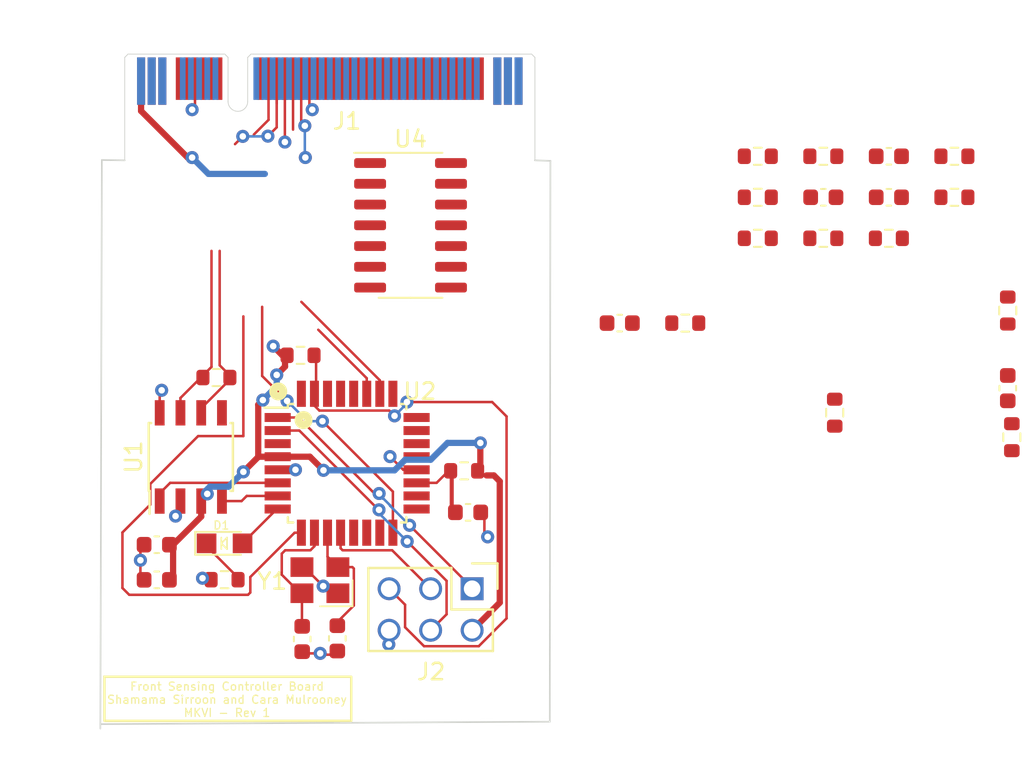
<source format=kicad_pcb>
(kicad_pcb (version 20211014) (generator pcbnew)
  (layers (0 "F.Cu" signal) (31 "B.Cu" signal) (34 "B.Paste" user) (35 "F.Paste" user) (36 "B.SilkS" user "B.Silkscreen") (37 "F.SilkS" user "F.Silkscreen") (38 "B.Mask" user) (39 "F.Mask" user) (44 "Edge.Cuts" user))
  (net 0 "")
  (net 1 "+5V")
  (net 2 "GND")
  (net 3 "Net-(C2-Pad1)")
  (net 4 "Net-(C4-Pad1)")
  (net 5 "Net-(C5-Pad1)")
  (net 8 "/CAN_+")
  (net 9 "/CAN_-")
  (net 10 "/ws1_Vout")
  (net 11 "/ws2_Vout")
  (net 12 "/lp1_Vout")
  (net 13 "/lp2_Vout")
  (net 73 "/MISO")
  (net 74 "/SCK")
  (net 75 "/MOSI")
  (net 76 "/RESET")
  (net 77 "/CAN_TX")
  (net 78 "/CAN_RX")
  (net 95 "Net-(U4-Pad3)")
  (net 96 "Net-(C7-Pad2)")
  (net 97 "Net-(U4-Pad5)")
  (net 98 "Net-(U4-Pad10)")
  (net 99 "Net-(U4-Pad12)")
  (net 100 "Net-(D1-Pad1)")
  (net 101 "Net-(D1-Pad2)")
  (net 102 "Net-(R5-Pad2)")
  (net 103 "Net-(U4-Pad6)")
  (net 104 "Net-(U4-Pad9)")
  (net 105 "Net-(U4-Pad13)")
  (footprint "OEM:C_0603" (layer "F.Cu") (at 31.76 54.51 -90)
    (fp_text reference "C5" hide)
    (fp_text value "C_30pF" hide)
    (pad "1" smd roundrect (at -0.775 0 270) (size 0.9 0.95) (layers "F.Cu" "F.Paste" "F.Mask") (net 5 "Net-(C5-Pad1)"))
    (pad "2" smd roundrect (at 0.775 0 270) (size 0.9 0.95) (layers "F.Cu" "F.Paste" "F.Mask") (net 2 "GND"))
  )
  (footprint "OEM:R_0603" (layer "F.Cu") (at 64.3475 40.66 -90)
    (fp_text reference "R11" hide)
    (fp_text value "R_200" hide)
    (pad "1" smd roundrect (at -0.825 0 270) (size 0.8 0.95) (layers "F.Cu" "F.Paste" "F.Mask") (net 2 "GND"))
    (pad "2" smd roundrect (at 0.825 0 270) (size 0.8 0.95) (layers "F.Cu" "F.Paste" "F.Mask") (net 103 "Net-(U4-Pad6)"))
  )
  (footprint "OEM:R_0603" (layer "F.Cu") (at 71.67 27.48)
    (fp_text reference "R6" hide)
    (fp_text value "R_100" hide)
    (pad "1" smd roundrect (at -0.825 0) (size 0.8 0.95) (layers "F.Cu" "F.Paste" "F.Mask") (net 13 "/lp2_Vout"))
    (pad "2" smd roundrect (at 0.825 0) (size 0.8 0.95) (layers "F.Cu" "F.Paste" "F.Mask") (net 102 "Net-(R5-Pad2)"))
  )
  (footprint "footprints:LED_0805_OEM" (layer "F.Cu") (at 27.01 48.655)
    (fp_text reference "D1" (at -0.199994 -1.099998) (layer "F.SilkS") (effects (font (size 0.5 0.5) (thickness 0.075))))
    (fp_text value "LED_0805" hide)
    (pad "1" smd rect locked (at -1.1 0 180) (size 1.2 1.2) (layers "F.Cu" "F.Paste" "F.Mask") (net 100 "Net-(D1-Pad1)"))
    (pad "2" smd rect locked (at 1.1 0 180) (size 1.2 1.2) (layers "F.Cu" "F.Paste" "F.Mask") (net 101 "Net-(D1-Pad2)"))
  )
  (footprint "OEM:C_0603" (layer "F.Cu") (at 41.91 46.76)
    (fp_text reference "C2" hide)
    (fp_text value "C_100pF" hide)
    (pad "1" smd roundrect (at -0.775 0) (size 0.9 0.95) (layers "F.Cu" "F.Paste" "F.Mask") (net 3 "Net-(C2-Pad1)"))
    (pad "2" smd roundrect (at 0.775 0) (size 0.9 0.95) (layers "F.Cu" "F.Paste" "F.Mask") (net 2 "GND"))
  )
  (footprint "footprints:Crystal_SMD_FA238" (layer "F.Cu") (at 32.845 50.91 180)
    (fp_text reference "Y1" (at 2.92436 -0.06192) (layer "F.SilkS"))
    (fp_text value "Crystal_SMD" hide)
    (pad "1" smd rect locked (at -1.1 0.8 180) (size 1.4 1.2) (layers "F.Cu" "F.Mask") (net 4 "Net-(C4-Pad1)"))
    (pad "2" smd rect locked (at 1.1 0.8 180) (size 1.4 1.2) (layers "F.Cu" "F.Mask") (net 2 "GND"))
    (pad "3" smd rect locked (at 1.1 -0.8 180) (size 1.4 1.2) (layers "F.Cu" "F.Mask") (net 5 "Net-(C5-Pad1)"))
    (pad "4" smd rect locked (at -1.1 -0.8 180) (size 1.4 1.2) (layers "F.Cu" "F.Mask") (net 2 "GND"))
  )
  (footprint "OEM:R_0603" (layer "F.Cu") (at 59.64 29.99)
    (fp_text reference "R5" hide)
    (fp_text value "R_200" hide)
    (pad "1" smd roundrect (at -0.825 0) (size 0.8 0.95) (layers "F.Cu" "F.Paste" "F.Mask") (net 2 "GND"))
    (pad "2" smd roundrect (at 0.825 0) (size 0.8 0.95) (layers "F.Cu" "F.Paste" "F.Mask") (net 102 "Net-(R5-Pad2)"))
  )
  (footprint "OEM:C_0603" (layer "F.Cu") (at 74.935 39.16 90)
    (fp_text reference "C9" hide)
    (fp_text value "C_0.1uF" hide)
    (pad "1" smd roundrect (at -0.775 0 90) (size 0.9 0.95) (layers "F.Cu" "F.Paste" "F.Mask") (net 98 "Net-(U4-Pad10)"))
    (pad "2" smd roundrect (at 0.775 0 90) (size 0.9 0.95) (layers "F.Cu" "F.Paste" "F.Mask") (net 2 "GND"))
  )
  (footprint "OEM:R_0603" (layer "F.Cu") (at 59.64 27.48)
    (fp_text reference "R7" hide)
    (fp_text value "100R" hide)
    (pad "1" smd roundrect (at -0.825 0) (size 0.8 0.95) (layers "F.Cu" "F.Paste" "F.Mask") (net 10 "/ws1_Vout"))
    (pad "2" smd roundrect (at 0.825 0) (size 0.8 0.95) (layers "F.Cu" "F.Paste" "F.Mask") (net 95 "Net-(U4-Pad3)"))
  )
  (footprint "OEM:R_0603" (layer "F.Cu") (at 55.2 35.18)
    (fp_text reference "R9" hide)
    (fp_text value "100R" hide)
    (pad "1" smd roundrect (at -0.825 0) (size 0.8 0.95) (layers "F.Cu" "F.Paste" "F.Mask") (net 12 "/lp1_Vout"))
    (pad "2" smd roundrect (at 0.825 0) (size 0.8 0.95) (layers "F.Cu" "F.Paste" "F.Mask") (net 98 "Net-(U4-Pad10)"))
  )
  (footprint "OEM:C_0603" (layer "F.Cu") (at 63.65 27.48)
    (fp_text reference "C10" hide)
    (fp_text value "C_0.1uF" hide)
    (pad "1" smd roundrect (at -0.775 0) (size 0.9 0.95) (layers "F.Cu" "F.Paste" "F.Mask") (net 99 "Net-(U4-Pad12)"))
    (pad "2" smd roundrect (at 0.775 0) (size 0.9 0.95) (layers "F.Cu" "F.Paste" "F.Mask") (net 2 "GND"))
  )
  (footprint "OEM:R_0603" (layer "F.Cu") (at 63.65 24.97)
    (fp_text reference "R13" hide)
    (fp_text value "R_200" hide)
    (pad "1" smd roundrect (at -0.825 0) (size 0.8 0.95) (layers "F.Cu" "F.Paste" "F.Mask") (net 2 "GND"))
    (pad "2" smd roundrect (at 0.825 0) (size 0.8 0.95) (layers "F.Cu" "F.Paste" "F.Mask") (net 105 "Net-(U4-Pad13)"))
  )
  (footprint "footprints:Pin_Header_Straight_2x03" (layer "F.Cu") (at 42.16 51.435 -90)
    (fp_text reference "J2" (at 5.078 2.51 180) (layer "F.SilkS"))
    (fp_text value "CONN_02X03" hide)
    (pad "1" thru_hole rect locked (at 0 0 270) (size 1.4 1.4) (drill 1.016) (layers *.Cu *.Mask) (net 73 "/MISO"))
    (pad "2" thru_hole circle locked (at 2.54 0 270) (size 1.4 1.4) (drill 1.016) (layers *.Cu *.Mask) (net 1 "+5V"))
    (pad "3" thru_hole circle locked (at 0 2.54 270) (size 1.4 1.4) (drill 1.016) (layers *.Cu *.Mask) (net 74 "/SCK"))
    (pad "4" thru_hole circle locked (at 2.54 2.54 270) (size 1.4 1.4) (drill 1.016) (layers *.Cu *.Mask) (net 75 "/MOSI"))
    (pad "5" thru_hole circle locked (at 0 5.08 270) (size 1.4 1.4) (drill 1.016) (layers *.Cu *.Mask) (net 76 "/RESET"))
    (pad "6" thru_hole circle locked (at 2.54 5.08 270) (size 1.4 1.4) (drill 1.016) (layers *.Cu *.Mask) (net 2 "GND"))
  )
  (footprint "OEM:R_0603" (layer "F.Cu") (at 71.67 24.97)
    (fp_text reference "R14" hide)
    (fp_text value "R_100" hide)
    (pad "1" smd roundrect (at -0.825 0) (size 0.8 0.95) (layers "F.Cu" "F.Paste" "F.Mask") (net 12 "/lp1_Vout"))
    (pad "2" smd roundrect (at 0.825 0) (size 0.8 0.95) (layers "F.Cu" "F.Paste" "F.Mask") (net 103 "Net-(U4-Pad6)"))
  )
  (footprint "Package_SO:SOIC-14_3.9x8.7mm_P1.27mm" (layer "F.Cu") (at 38.39 29.195)
    (fp_text reference "U4" (at 0 -5.28) (layer "F.SilkS"))
    (fp_text value "AD8630")
    (pad "1" smd roundrect (at -2.475 -3.81) (size 1.95 0.6) (layers "F.Cu" "F.Paste" "F.Mask") (net 13 "/lp2_Vout"))
    (pad "2" smd roundrect (at -2.475 -2.54) (size 1.95 0.6) (layers "F.Cu" "F.Paste" "F.Mask") (net 102 "Net-(R5-Pad2)"))
    (pad "3" smd roundrect (at -2.475 -1.27) (size 1.95 0.6) (layers "F.Cu" "F.Paste" "F.Mask") (net 95 "Net-(U4-Pad3)"))
    (pad "4" smd roundrect (at -2.475 0) (size 1.95 0.6) (layers "F.Cu" "F.Paste" "F.Mask") (net 96 "Net-(C7-Pad2)"))
    (pad "5" smd roundrect (at -2.475 1.27) (size 1.95 0.6) (layers "F.Cu" "F.Paste" "F.Mask") (net 97 "Net-(U4-Pad5)"))
    (pad "6" smd roundrect (at -2.475 2.54) (size 1.95 0.6) (layers "F.Cu" "F.Paste" "F.Mask") (net 103 "Net-(U4-Pad6)"))
    (pad "7" smd roundrect (at -2.475 3.81) (size 1.95 0.6) (layers "F.Cu" "F.Paste" "F.Mask") (net 12 "/lp1_Vout"))
    (pad "8" smd roundrect (at 2.475 3.81) (size 1.95 0.6) (layers "F.Cu" "F.Paste" "F.Mask") (net 11 "/ws2_Vout"))
    (pad "9" smd roundrect (at 2.475 2.54) (size 1.95 0.6) (layers "F.Cu" "F.Paste" "F.Mask") (net 104 "Net-(U4-Pad9)"))
    (pad "10" smd roundrect (at 2.475 1.27) (size 1.95 0.6) (layers "F.Cu" "F.Paste" "F.Mask") (net 98 "Net-(U4-Pad10)"))
    (pad "11" smd roundrect (at 2.475 0) (size 1.95 0.6) (layers "F.Cu" "F.Paste" "F.Mask") (net 2 "GND"))
    (pad "12" smd roundrect (at 2.475 -1.27) (size 1.95 0.6) (layers "F.Cu" "F.Paste" "F.Mask") (net 99 "Net-(U4-Pad12)"))
    (pad "13" smd roundrect (at 2.475 -2.54) (size 1.95 0.6) (layers "F.Cu" "F.Paste" "F.Mask") (net 105 "Net-(U4-Pad13)"))
    (pad "14" smd roundrect (at 2.475 -3.81) (size 1.95 0.6) (layers "F.Cu" "F.Paste" "F.Mask") (net 10 "/ws1_Vout"))
  )
  (footprint "OEM:R_0603" (layer "F.Cu") (at 63.65 29.99)
    (fp_text reference "R10" hide)
    (fp_text value "100R" hide)
    (pad "1" smd roundrect (at -0.825 0) (size 0.8 0.95) (layers "F.Cu" "F.Paste" "F.Mask") (net 13 "/lp2_Vout"))
    (pad "2" smd roundrect (at 0.825 0) (size 0.8 0.95) (layers "F.Cu" "F.Paste" "F.Mask") (net 99 "Net-(U4-Pad12)"))
  )
  (footprint "OEM:C_0603" (layer "F.Cu") (at 22.86 48.74 180)
    (fp_text reference "C3" hide)
    (fp_text value "C_0.1uF" hide)
    (pad "1" smd roundrect (at -0.775 0 180) (size 0.9 0.95) (layers "F.Cu" "F.Paste" "F.Mask") (net 1 "+5V"))
    (pad "2" smd roundrect (at 0.775 0 180) (size 0.9 0.95) (layers "F.Cu" "F.Paste" "F.Mask") (net 2 "GND"))
  )
  (footprint "OEM:R_0603" (layer "F.Cu") (at 59.64 24.97)
    (fp_text reference "R12" hide)
    (fp_text value "R_200" hide)
    (pad "1" smd roundrect (at -0.825 0) (size 0.8 0.95) (layers "F.Cu" "F.Paste" "F.Mask") (net 2 "GND"))
    (pad "2" smd roundrect (at 0.825 0) (size 0.8 0.95) (layers "F.Cu" "F.Paste" "F.Mask") (net 104 "Net-(U4-Pad9)"))
  )
  (footprint "OEM:C_0603" (layer "F.Cu") (at 67.66 27.48)
    (fp_text reference "C8" hide)
    (fp_text value "C_0.1uF" hide)
    (pad "1" smd roundrect (at -0.775 0) (size 0.9 0.95) (layers "F.Cu" "F.Paste" "F.Mask") (net 97 "Net-(U4-Pad5)"))
    (pad "2" smd roundrect (at 0.775 0) (size 0.9 0.95) (layers "F.Cu" "F.Paste" "F.Mask") (net 2 "GND"))
  )
  (footprint "OEM:R_0603" (layer "F.Cu") (at 74.935 34.41 -90)
    (fp_text reference "R16" hide)
    (fp_text value "R_100" hide)
    (pad "1" smd roundrect (at -0.825 0 270) (size 0.8 0.95) (layers "F.Cu" "F.Paste" "F.Mask") (net 10 "/ws1_Vout"))
    (pad "2" smd roundrect (at 0.825 0 270) (size 0.8 0.95) (layers "F.Cu" "F.Paste" "F.Mask") (net 105 "Net-(U4-Pad13)"))
  )
  (footprint "OEM:C_0603" (layer "F.Cu") (at 51.19 35.18)
    (fp_text reference "C7" hide)
    (fp_text value "C_0.1uF" hide)
    (pad "1" smd roundrect (at -0.775 0) (size 0.9 0.95) (layers "F.Cu" "F.Paste" "F.Mask") (net 1 "+5V"))
    (pad "2" smd roundrect (at 0.775 0) (size 0.9 0.95) (layers "F.Cu" "F.Paste" "F.Mask") (net 96 "Net-(C7-Pad2)"))
  )
  (footprint "OEM:R_0603" (layer "F.Cu") (at 27.01 50.88 180)
    (fp_text reference "R4" hide)
    (fp_text value "R_100" hide)
    (pad "1" smd roundrect (at -0.825 0 180) (size 0.8 0.95) (layers "F.Cu" "F.Paste" "F.Mask") (net 100 "Net-(D1-Pad1)"))
    (pad "2" smd roundrect (at 0.825 0 180) (size 0.8 0.95) (layers "F.Cu" "F.Paste" "F.Mask") (net 2 "GND"))
  )
  (footprint "footprints:TQFP-32_7x7mm_Pitch0.8mm" (layer "F.Cu") (at 34.51 43.755)
    (fp_text reference "U2" (at 4.45 -4.4) (layer "F.SilkS"))
    (fp_text value "ATMEGA16M1" hide)
    (pad "1" smd rect locked (at -4.25 -2.8) (size 1.6 0.55) (layers "F.Cu" "F.Paste" "F.Mask") (net 73 "/MISO"))
    (pad "2" smd rect locked (at -4.25 -2) (size 1.6 0.55) (layers "F.Cu" "F.Paste" "F.Mask") (net 75 "/MOSI"))
    (pad "3" smd rect locked (at -4.25 -1.2) (size 1.6 0.55) (layers "F.Cu" "F.Paste" "F.Mask"))
    (pad "4" smd rect locked (at -4.25 -0.4) (size 1.6 0.55) (layers "F.Cu" "F.Paste" "F.Mask") (net 1 "+5V"))
    (pad "5" smd rect locked (at -4.25 0.4) (size 1.6 0.55) (layers "F.Cu" "F.Paste" "F.Mask") (net 2 "GND"))
    (pad "6" smd rect locked (at -4.25 1.2) (size 1.6 0.55) (layers "F.Cu" "F.Paste" "F.Mask") (net 77 "/CAN_TX"))
    (pad "7" smd rect locked (at -4.25 2) (size 1.6 0.55) (layers "F.Cu" "F.Paste" "F.Mask") (net 78 "/CAN_RX"))
    (pad "8" smd rect locked (at -4.25 2.8) (size 1.6 0.55) (layers "F.Cu" "F.Paste" "F.Mask") (net 101 "Net-(D1-Pad2)"))
    (pad "9" smd rect locked (at -2.8 4.25 90) (size 1.6 0.55) (layers "F.Cu" "F.Paste" "F.Mask") (net 11 "/ws2_Vout"))
    (pad "10" smd rect locked (at -2 4.25 90) (size 1.6 0.55) (layers "F.Cu" "F.Paste" "F.Mask") (net 5 "Net-(C5-Pad1)"))
    (pad "11" smd rect locked (at -1.2 4.25 90) (size 1.6 0.55) (layers "F.Cu" "F.Paste" "F.Mask") (net 4 "Net-(C4-Pad1)"))
    (pad "12" smd rect locked (at -0.4 4.25 90) (size 1.6 0.55) (layers "F.Cu" "F.Paste" "F.Mask") (net 74 "/SCK"))
    (pad "13" smd rect locked (at 0.4 4.25 90) (size 1.6 0.55) (layers "F.Cu" "F.Paste" "F.Mask"))
    (pad "14" smd rect locked (at 1.2 4.25 90) (size 1.6 0.55) (layers "F.Cu" "F.Paste" "F.Mask"))
    (pad "15" smd rect locked (at 2 4.25 90) (size 1.6 0.55) (layers "F.Cu" "F.Paste" "F.Mask"))
    (pad "16" smd rect locked (at 2.8 4.25 90) (size 1.6 0.55) (layers "F.Cu" "F.Paste" "F.Mask") (net 10 "/ws1_Vout"))
    (pad "17" smd rect locked (at 4.25 2.8) (size 1.6 0.55) (layers "F.Cu" "F.Paste" "F.Mask"))
    (pad "18" smd rect locked (at 4.25 2) (size 1.6 0.55) (layers "F.Cu" "F.Paste" "F.Mask"))
    (pad "19" smd rect locked (at 4.25 1.2) (size 1.6 0.55) (layers "F.Cu" "F.Paste" "F.Mask") (net 3 "Net-(C2-Pad1)"))
    (pad "20" smd rect locked (at 4.25 0.4) (size 1.6 0.55) (layers "F.Cu" "F.Paste" "F.Mask") (net 2 "GND"))
    (pad "21" smd rect locked (at 4.25 -0.4) (size 1.6 0.55) (layers "F.Cu" "F.Paste" "F.Mask"))
    (pad "22" smd rect locked (at 4.25 -1.2) (size 1.6 0.55) (layers "F.Cu" "F.Paste" "F.Mask"))
    (pad "23" smd rect locked (at 4.25 -2) (size 1.6 0.55) (layers "F.Cu" "F.Paste" "F.Mask"))
    (pad "24" smd rect locked (at 4.25 -2.8) (size 1.6 0.55) (layers "F.Cu" "F.Paste" "F.Mask"))
    (pad "25" smd rect locked (at 2.8 -4.25 90) (size 1.6 0.55) (layers "F.Cu" "F.Paste" "F.Mask"))
    (pad "26" smd rect locked (at 2 -4.25 90) (size 1.6 0.55) (layers "F.Cu" "F.Paste" "F.Mask") (net 12 "/lp1_Vout"))
    (pad "27" smd rect locked (at 1.2 -4.25 90) (size 1.6 0.55) (layers "F.Cu" "F.Paste" "F.Mask") (net 13 "/lp2_Vout"))
    (pad "28" smd rect locked (at 0.4 -4.25 90) (size 1.6 0.55) (layers "F.Cu" "F.Paste" "F.Mask"))
    (pad "29" smd rect locked (at -0.4 -4.25 90) (size 1.6 0.55) (layers "F.Cu" "F.Paste" "F.Mask"))
    (pad "30" smd rect locked (at -1.2 -4.25 90) (size 1.6 0.55) (layers "F.Cu" "F.Paste" "F.Mask"))
    (pad "31" smd rect locked (at -2 -4.25 90) (size 1.6 0.55) (layers "F.Cu" "F.Paste" "F.Mask") (net 76 "/RESET"))
    (pad "32" smd rect locked (at -2.8 -4.25 90) (size 1.6 0.55) (layers "F.Cu" "F.Paste" "F.Mask"))
  )
  (footprint "OEM:R_0603" (layer "F.Cu") (at 26.51 38.51)
    (fp_text reference "R2" hide)
    (fp_text value "R_120_DNP" hide)
    (pad "1" smd roundrect (at -0.825 0) (size 0.8 0.95) (layers "F.Cu" "F.Paste" "F.Mask") (net 8 "/CAN_+"))
    (pad "2" smd roundrect (at 0.825 0) (size 0.8 0.95) (layers "F.Cu" "F.Paste" "F.Mask") (net 9 "/CAN_-"))
  )
  (footprint "OEM:C_0603" (layer "F.Cu") (at 33.91 54.47 -90)
    (fp_text reference "C4" hide)
    (fp_text value "C_30pF" hide)
    (pad "1" smd roundrect (at -0.775 0 270) (size 0.9 0.95) (layers "F.Cu" "F.Paste" "F.Mask") (net 4 "Net-(C4-Pad1)"))
    (pad "2" smd roundrect (at 0.775 0 270) (size 0.9 0.95) (layers "F.Cu" "F.Paste" "F.Mask") (net 2 "GND"))
  )
  (footprint "footprints:SOIC-8_3.9x4.9mm_Pitch1.27mm_OEM" (layer "F.Cu") (at 24.945 43.37 90)
    (fp_text reference "U1" (at 0 -3.5 90) (layer "F.SilkS"))
    (fp_text value "MCP2561-E_SN" hide)
    (pad "1" smd rect locked (at -2.7 -1.905 90) (size 1.55 0.6) (layers "F.Cu" "F.Paste" "F.Mask") (net 77 "/CAN_TX"))
    (pad "2" smd rect locked (at -2.7 -0.635 90) (size 1.55 0.6) (layers "F.Cu" "F.Paste" "F.Mask") (net 2 "GND"))
    (pad "3" smd rect locked (at -2.7 0.635 90) (size 1.55 0.6) (layers "F.Cu" "F.Paste" "F.Mask") (net 1 "+5V"))
    (pad "4" smd rect locked (at -2.7 1.905 90) (size 1.55 0.6) (layers "F.Cu" "F.Paste" "F.Mask") (net 78 "/CAN_RX"))
    (pad "5" smd rect locked (at 2.7 1.905 90) (size 1.55 0.6) (layers "F.Cu" "F.Paste" "F.Mask"))
    (pad "6" smd rect locked (at 2.7 0.635 90) (size 1.55 0.6) (layers "F.Cu" "F.Paste" "F.Mask") (net 9 "/CAN_-"))
    (pad "7" smd rect locked (at 2.7 -0.635 90) (size 1.55 0.6) (layers "F.Cu" "F.Paste" "F.Mask") (net 8 "/CAN_+"))
    (pad "8" smd rect locked (at 2.7 -1.905 90) (size 1.55 0.6) (layers "F.Cu" "F.Paste" "F.Mask") (net 2 "GND"))
  )
  (footprint "OEM:C_0603" (layer "F.Cu") (at 22.86 50.89 180)
    (fp_text reference "C1" hide)
    (fp_text value "C_0.1uF" hide)
    (pad "1" smd roundrect (at -0.775 0 180) (size 0.9 0.95) (layers "F.Cu" "F.Paste" "F.Mask") (net 1 "+5V"))
    (pad "2" smd roundrect (at 0.775 0 180) (size 0.9 0.95) (layers "F.Cu" "F.Paste" "F.Mask") (net 2 "GND"))
  )
  (footprint "OEM:R_0603" (layer "F.Cu") (at 67.66 29.99)
    (fp_text reference "R8" hide)
    (fp_text value "100R" hide)
    (pad "1" smd roundrect (at -0.825 0) (size 0.8 0.95) (layers "F.Cu" "F.Paste" "F.Mask") (net 11 "/ws2_Vout"))
    (pad "2" smd roundrect (at 0.825 0) (size 0.8 0.95) (layers "F.Cu" "F.Paste" "F.Mask") (net 97 "Net-(U4-Pad5)"))
  )
  (footprint "OEM:C_0603" (layer "F.Cu") (at 67.66 24.97)
    (fp_text reference "C6" hide)
    (fp_text value "C_0.1uF" hide)
    (pad "1" smd roundrect (at -0.775 0) (size 0.9 0.95) (layers "F.Cu" "F.Paste" "F.Mask") (net 95 "Net-(U4-Pad3)"))
    (pad "2" smd roundrect (at 0.775 0) (size 0.9 0.95) (layers "F.Cu" "F.Paste" "F.Mask") (net 2 "GND"))
  )
  (footprint "OEM:R_0603" (layer "F.Cu") (at 75.185 42.16 90)
    (fp_text reference "R15" hide)
    (fp_text value "R_100" hide)
    (pad "1" smd roundrect (at -0.825 0 90) (size 0.8 0.95) (layers "F.Cu" "F.Paste" "F.Mask") (net 11 "/ws2_Vout"))
    (pad "2" smd roundrect (at 0.825 0 90) (size 0.8 0.95) (layers "F.Cu" "F.Paste" "F.Mask") (net 104 "Net-(U4-Pad9)"))
  )
  (footprint "OEM:R_0603" (layer "F.Cu") (at 41.67 44.22 180)
    (fp_text reference "R1" hide)
    (fp_text value "R_100" hide)
    (pad "1" smd roundrect (at -0.825 0 180) (size 0.8 0.95) (layers "F.Cu" "F.Paste" "F.Mask") (net 1 "+5V"))
    (pad "2" smd roundrect (at 0.825 0 180) (size 0.8 0.95) (layers "F.Cu" "F.Paste" "F.Mask") (net 3 "Net-(C2-Pad1)"))
  )
  (footprint "footprints:Automotive_M.2_Edge_Connector" (layer "F.Cu") (at 33.45 18.72)
    (fp_text reference "J1" (at 1.05 4.1 unlocked) (layer "F.SilkS"))
    (fp_text value "Automotive_M.2_Edge_Connector" hide)
    (fp_line (start -12.35 0) (end -6.425 0) (layer "Edge.Cuts") (width 0.05))
    (fp_line (start -6.225 0.2) (end -6.425 0) (layer "Edge.Cuts") (width 0.05))
    (fp_line (start -12.55 0.2) (end -12.55 6.5) (layer "Edge.Cuts") (width 0.05))
    (fp_line (start -12.55 0.2) (end -12.35 0) (layer "Edge.Cuts") (width 0.05))
    (fp_line (start -5.025 2.9) (end -5.025 0.2) (layer "Edge.Cuts") (width 0.05))
    (fp_line (start -6.225 2.9) (end -6.225 0.2) (layer "Edge.Cuts") (width 0.05))
    (fp_line (start -4.825 0) (end 12.35 0) (layer "Edge.Cuts") (width 0.05))
    (fp_line (start 12.55 0.2) (end 12.35 0) (layer "Edge.Cuts") (width 0.05))
    (fp_line (start 12.55 0.2) (end 12.55 6.5) (layer "Edge.Cuts") (width 0.05))
    (fp_line (start -5.025 0.2) (end -4.825 0) (layer "Edge.Cuts") (width 0.05))
    (fp_arc (start -5.025 2.9) (mid -5.625 3.5) (end -6.225 2.9) (layer "Edge.Cuts") (width 0.05))
    (pad "4" connect rect (at -9.249999 1.5) (size 0.35 2.6) (layers "F.Cu" "F.Mask"))
    (pad "5" connect rect (at -8.75 1.5) (size 0.35 2.6) (layers "F.Cu" "F.Mask"))
    (pad "6" connect rect (at -8.25 1.5) (size 0.35 2.6) (layers "F.Cu" "F.Mask") (net 2 "GND"))
    (pad "7" connect rect (at -7.75 1.5) (size 0.35 2.6) (layers "F.Cu" "F.Mask") (net 8 "/CAN_+"))
    (pad "8" connect rect (at -7.25 1.5) (size 0.35 2.6) (layers "F.Cu" "F.Mask") (net 9 "/CAN_-"))
    (pad "9" connect rect (at -6.75 1.5) (size 0.35 2.6) (layers "F.Cu" "F.Mask") (net 2 "GND"))
    (pad "10" connect rect (at -4.25 1.5) (size 0.35 2.6) (layers "F.Cu" "F.Mask") (net 2 "GND"))
    (pad "11" connect rect (at -3.75 1.5) (size 0.35 2.6) (layers "F.Cu" "F.Mask") (net 10 "/ws1_Vout"))
    (pad "12" connect rect (at -3.25 1.5) (size 0.35 2.6) (layers "F.Cu" "F.Mask") (net 11 "/ws2_Vout"))
    (pad "13" connect rect (at -2.75 1.5) (size 0.35 2.6) (layers "F.Cu" "F.Mask") (net 2 "GND"))
    (pad "14" connect rect (at -2.25 1.5) (size 0.35 2.6) (layers "F.Cu" "F.Mask") (net 12 "/lp1_Vout"))
    (pad "15" connect rect (at -1.75 1.5) (size 0.35 2.6) (layers "F.Cu" "F.Mask") (net 13 "/lp2_Vout"))
    (pad "16" connect rect (at -1.25 1.5) (size 0.35 2.6) (layers "F.Cu" "F.Mask") (net 2 "GND"))
    (pad "17" connect rect (at -0.75 1.5) (size 0.35 2.6) (layers "F.Cu" "F.Mask"))
    (pad "18" connect rect (at -0.25 1.5) (size 0.35 2.6) (layers "F.Cu" "F.Mask"))
    (pad "19" connect rect (at 0.25 1.5) (size 0.35 2.6) (layers "F.Cu" "F.Mask"))
    (pad "20" connect rect (at 0.75 1.5) (size 0.35 2.6) (layers "F.Cu" "F.Mask"))
    (pad "21" connect rect (at 1.25 1.5) (size 0.35 2.6) (layers "F.Cu" "F.Mask"))
    (pad "22" connect rect (at 1.75 1.5) (size 0.35 2.6) (layers "F.Cu" "F.Mask"))
    (pad "23" connect rect (at 2.25 1.5) (size 0.35 2.6) (layers "F.Cu" "F.Mask"))
    (pad "24" connect rect (at 2.75 1.5) (size 0.35 2.6) (layers "F.Cu" "F.Mask"))
    (pad "25" connect rect (at 3.25 1.5) (size 0.35 2.6) (layers "F.Cu" "F.Mask"))
    (pad "26" connect rect (at 3.75 1.5) (size 0.35 2.6) (layers "F.Cu" "F.Mask"))
    (pad "27" connect rect (at 4.25 1.5) (size 0.35 2.6) (layers "F.Cu" "F.Mask"))
    (pad "28" connect rect (at 4.75 1.5) (size 0.35 2.6) (layers "F.Cu" "F.Mask"))
    (pad "29" connect rect (at 5.25 1.5) (size 0.35 2.6) (layers "F.Cu" "F.Mask"))
    (pad "30" connect rect (at 5.75 1.5) (size 0.35 2.6) (layers "F.Cu" "F.Mask"))
    (pad "31" connect rect (at 6.25 1.5) (size 0.35 2.6) (layers "F.Cu" "F.Mask"))
    (pad "32" connect rect (at 6.75 1.5) (size 0.35 2.6) (layers "F.Cu" "F.Mask"))
    (pad "33" connect rect (at 7.25 1.5) (size 0.35 2.6) (layers "F.Cu" "F.Mask"))
    (pad "34" connect rect (at 7.75 1.5) (size 0.35 2.6) (layers "F.Cu" "F.Mask"))
    (pad "35" connect rect (at 8.25 1.5) (size 0.35 2.6) (layers "F.Cu" "F.Mask"))
    (pad "36" connect rect (at 8.75 1.5) (size 0.35 2.6) (layers "F.Cu" "F.Mask"))
    (pad "37" connect rect (at 9.249999 1.5) (size 0.35 2.6) (layers "F.Cu" "F.Mask"))
    (pad "41" connect rect (at -9 1.5) (size 0.35 2.6) (layers "B.Cu" "B.Mask"))
    (pad "42" connect rect (at -8.5 1.5) (size 0.35 2.6) (layers "B.Cu" "B.Mask"))
    (pad "43" connect rect (at -8 1.5) (size 0.35 2.6) (layers "B.Cu" "B.Mask"))
    (pad "44" connect rect (at -7.5 1.5) (size 0.35 2.6) (layers "B.Cu" "B.Mask"))
    (pad "45" connect rect (at -7 1.5) (size 0.35 2.6) (layers "B.Cu" "B.Mask"))
    (pad "46" connect rect (at -4.5 1.5) (size 0.35 2.6) (layers "B.Cu" "B.Mask"))
    (pad "47" connect rect (at -4 1.5) (size 0.35 2.6) (layers "B.Cu" "B.Mask"))
    (pad "48" connect rect (at -3.5 1.5) (size 0.35 2.6) (layers "B.Cu" "B.Mask"))
    (pad "49" connect rect (at -3 1.5) (size 0.35 2.6) (layers "B.Cu" "B.Mask"))
    (pad "50" connect rect (at -2.5 1.5) (size 0.35 2.6) (layers "B.Cu" "B.Mask"))
    (pad "51" connect rect (at -2 1.5) (size 0.35 2.6) (layers "B.Cu" "B.Mask"))
    (pad "52" connect rect (at -1.5 1.5) (size 0.35 2.6) (layers "B.Cu" "B.Mask"))
    (pad "53" connect rect (at -1 1.5) (size 0.35 2.6) (layers "B.Cu" "B.Mask"))
    (pad "54" connect rect (at -0.5 1.5) (size 0.35 2.6) (layers "B.Cu" "B.Mask"))
    (pad "55" connect rect (at 0 1.5) (size 0.35 2.6) (layers "B.Cu" "B.Mask"))
    (pad "56" connect rect (at 0.5 1.5) (size 0.35 2.6) (layers "B.Cu" "B.Mask"))
    (pad "57" connect rect (at 1 1.5) (size 0.35 2.6) (layers "B.Cu" "B.Mask"))
    (pad "58" connect rect (at 1.5 1.5) (size 0.35 2.6) (layers "B.Cu" "B.Mask"))
    (pad "59" connect rect (at 2 1.5) (size 0.35 2.6) (layers "B.Cu" "B.Mask"))
    (pad "60" connect rect (at 2.5 1.5) (size 0.35 2.6) (layers "B.Cu" "B.Mask"))
    (pad "61" connect rect (at 3 1.5) (size 0.35 2.6) (layers "B.Cu" "B.Mask"))
    (pad "62" connect rect (at 3.5 1.5) (size 0.35 2.6) (layers "B.Cu" "B.Mask"))
    (pad "63" connect rect (at 4 1.5) (size 0.35 2.6) (layers "B.Cu" "B.Mask"))
    (pad "64" connect rect (at 4.5 1.5) (size 0.35 2.6) (layers "B.Cu" "B.Mask"))
    (pad "65" connect rect (at 5 1.5) (size 0.35 2.6) (layers "B.Cu" "B.Mask"))
    (pad "66" connect rect (at 5.5 1.5) (size 0.35 2.6) (layers "B.Cu" "B.Mask"))
    (pad "67" connect rect (at 6 1.5) (size 0.35 2.6) (layers "B.Cu" "B.Mask"))
    (pad "68" connect rect (at 6.5 1.5) (size 0.35 2.6) (layers "B.Cu" "B.Mask"))
    (pad "69" connect rect (at 7 1.5) (size 0.35 2.6) (layers "B.Cu" "B.Mask"))
    (pad "70" connect rect (at 7.5 1.5) (size 0.35 2.6) (layers "B.Cu" "B.Mask"))
    (pad "71" connect rect (at 8 1.5) (size 0.35 2.6) (layers "B.Cu" "B.Mask"))
    (pad "72" connect rect (at 8.5 1.5) (size 0.35 2.6) (layers "B.Cu" "B.Mask"))
    (pad "73" connect rect (at 9 1.5) (size 0.35 2.6) (layers "B.Cu" "B.Mask"))
    (pad "P1" connect rect (at -11.55 1.65) (size 0.4953 2.899999) (layers "B.Cu" "B.Mask") (net 1 "+5V"))
    (pad "P1" connect rect (at -11.55 1.65) (size 0.4953 2.899999) (layers "F.Cu" "F.Mask") (net 1 "+5V"))
    (pad "P2" connect rect (at -10.9 1.65) (size 0.4953 2.899999) (layers "B.Cu" "B.Mask"))
    (pad "P2" connect rect (at -10.9 1.65) (size 0.4953 2.899999) (layers "F.Cu" "F.Mask"))
    (pad "P3" connect rect (at -10.25 1.65) (size 0.4953 2.899999) (layers "B.Cu" "B.Mask"))
    (pad "P3" connect rect (at -10.25 1.65) (size 0.4953 2.899999) (layers "F.Cu" "F.Mask"))
    (pad "P38" connect rect (at 10.25 1.65) (size 0.4953 2.899999) (layers "B.Cu" "B.Mask"))
    (pad "P38" connect rect (at 10.25 1.65) (size 0.4953 2.899999) (layers "F.Cu" "F.Mask"))
    (pad "P39" connect rect (at 10.9 1.65) (size 0.4953 2.899999) (layers "B.Cu" "B.Mask"))
    (pad "P39" connect rect (at 10.9 1.65) (size 0.4953 2.899999) (layers "F.Cu" "F.Mask"))
    (pad "P40" connect rect (at 11.55 1.65) (size 0.4953 2.899999) (layers "B.Cu" "B.Mask"))
    (pad "P40" connect rect (at 11.55 1.65) (size 0.4953 2.899999) (layers "F.Cu" "F.Mask"))
  )
  (footprint "OEM:R_0603" (layer "F.Cu") (at 31.66 37.15)
    (fp_text reference "R3" hide)
    (fp_text value "R_10K" hide)
    (pad "1" smd roundrect (at -0.825 0) (size 0.8 0.95) (layers "F.Cu" "F.Paste" "F.Mask") (net 1 "+5V"))
    (pad "2" smd roundrect (at 0.825 0) (size 0.8 0.95) (layers "F.Cu" "F.Paste" "F.Mask") (net 76 "/RESET"))
  )
  (gr_rect (start 34.76001 59.519999) (end 19.66001 56.819999) (layer "F.SilkS") (width 0.15) (fill none))
  (gr_line (start 20.9 25.22) (end 19.5 25.2) (layer "Edge.Cuts") (width 0.1))
  (gr_line (start 19.41 59.72) (end 46.91 59.57) (layer "Edge.Cuts") (width 0.1))
  (gr_line (start 19.5 25.2) (end 19.41 59.99) (layer "Edge.Cuts") (width 0.1))
  (gr_line (start 46.91 59.57) (end 46.95 25.25) (layer "Edge.Cuts") (width 0.1))
  (gr_line (start 46.95 25.25) (end 46 25.22) (layer "Edge.Cuts") (width 0.1))
  (gr_text "Front Sensing Controller Board\nShamama Sirroon and Cara Mulrooney\nMKVI - Rev 1" (at 27.16 58.22) (layer "F.SilkS") (effects (font (size 0.5 0.5) (thickness 0.075))))
  (segment (start 32.229414 43.355) (end 33.062207 44.187793) (width 0.381) (layer "F.Cu") (net 1))
  (segment (start 23.86 48.74) (end 23.86 50.89) (width 0.381) (layer "F.Cu") (net 1))
  (segment (start 30.5457 37.15) (end 29.9857 36.59) (width 0.381) (layer "F.Cu") (net 1))
  (segment (start 21.9 22.197671) (end 21.9 20.37) (width 0.381) (layer "F.Cu") (net 1))
  (segment (start 30.71 37.15) (end 30.5457 37.15) (width 0.381) (layer "F.Cu") (net 1))
  (segment (start 24.752329 25.05) (end 21.9 22.197671) (width 0.381) (layer "F.Cu") (net 1))
  (segment (start 29.069989 43.340689) (end 29.0843 43.355) (width 0.381) (layer "F.Cu") (net 1))
  (segment (start 29.069989 40.171422) (end 29.069989 43.340689) (width 0.381) (layer "F.Cu") (net 1))
  (segment (start 30.26 43.355) (end 32.229414 43.355) (width 0.381) (layer "F.Cu") (net 1))
  (segment (start 28.16 44.2793) (end 29.0843 43.355) (width 0.381) (layer "F.Cu") (net 1))
  (segment (start 43.489062 44.5) (end 43.0367 44.5) (width 0.381) (layer "F.Cu") (net 1))
  (segment (start 25.0243 25.05) (end 24.752329 25.05) (width 0.381) (layer "F.Cu") (net 1))
  (segment (start 30.71 37.84) (end 30.200542 38.349458) (width 0.381) (layer "F.Cu") (net 1))
  (segment (start 23.86 48.74) (end 25.58 47.02) (width 0.381) (layer "F.Cu") (net 1))
  (segment (start 25.58 47.02) (end 25.58 46.07) (width 0.381) (layer "F.Cu") (net 1))
  (segment (start 43.849531 44.860469) (end 43.489062 44.5) (width 0.381) (layer "F.Cu") (net 1))
  (segment (start 29.0843 43.355) (end 30.26 43.355) (width 0.381) (layer "F.Cu") (net 1))
  (segment (start 29.351411 39.89) (end 29.069989 40.171422) (width 0.381) (layer "F.Cu") (net 1))
  (segment (start 43.849531 52.285469) (end 42.16 53.975) (width 0.381) (layer "F.Cu") (net 1))
  (segment (start 42.66 42.51) (end 42.66 44.18) (width 0.381) (layer "F.Cu") (net 1))
  (segment (start 42.66 44.18) (end 42.62 44.22) (width 0.381) (layer "F.Cu") (net 1))
  (segment (start 25.950498 45.699502) (end 25.58 46.07) (width 0.381) (layer "F.Cu") (net 1))
  (segment (start 25.950498 45.6307) (end 25.950498 45.699502) (width 0.381) (layer "F.Cu") (net 1))
  (segment (start 43.849531 44.860469) (end 43.849531 52.285469) (width 0.381) (layer "F.Cu") (net 1))
  (segment (start 30.71 37.15) (end 30.71 37.84) (width 0.381) (layer "F.Cu") (net 1))
  (via (at 25.950498 45.6307) (size 0.8) (drill 0.4) (layers "F.Cu" "B.Cu") (net 1))
  (via (at 42.66 42.51) (size 0.8) (drill 0.4) (layers "F.Cu" "B.Cu") (net 1))
  (via (at 28.16 44.2793) (size 0.8) (drill 0.4) (layers "F.Cu" "B.Cu") (net 1))
  (via (at 29.351411 39.89) (size 0.8) (drill 0.4) (layers "F.Cu" "B.Cu") (net 1))
  (via (at 33.062207 44.187793) (size 0.8) (drill 0.4) (layers "F.Cu" "B.Cu") (net 1))
  (via (at 29.9857 36.59) (size 0.8) (drill 0.4) (layers "F.Cu" "B.Cu") (net 1))
  (via (at 25.0243 25.05) (size 0.8) (drill 0.4) (layers "F.Cu" "B.Cu") (net 1))
  (via (at 30.200542 38.349458) (size 0.8) (drill 0.4) (layers "F.Cu" "B.Cu") (net 1))
  (segment (start 27.2493 45.19) (end 28.16 44.2793) (width 0.381) (layer "B.Cu") (net 1))
  (segment (start 26.11 45.19) (end 25.950498 45.349502) (width 0.381) (layer "B.Cu") (net 1))
  (segment (start 26.0243 26.05) (end 25.0243 25.05) (width 0.381) (layer "B.Cu") (net 1))
  (segment (start 37.412207 44.187793) (end 33.062207 44.187793) (width 0.381) (layer "B.Cu") (net 1))
  (segment (start 25.950498 45.349502) (end 25.950498 45.6307) (width 0.381) (layer "B.Cu") (net 1))
  (segment (start 26.11 45.19) (end 27.2493 45.19) (width 0.381) (layer "B.Cu") (net 1))
  (segment (start 39.623806 43.54) (end 40.653806 42.51) (width 0.381) (layer "B.Cu") (net 1))
  (segment (start 29.4757 26.05) (end 26.0243 26.05) (width 0.381) (layer "B.Cu") (net 1))
  (segment (start 39.623806 43.54) (end 38.06 43.54) (width 0.381) (layer "B.Cu") (net 1))
  (segment (start 30.200542 38.349458) (end 30.200542 39.040869) (width 0.381) (layer "B.Cu") (net 1))
  (segment (start 30.200542 39.040869) (end 29.351411 39.89) (width 0.381) (layer "B.Cu") (net 1))
  (segment (start 40.653806 42.51) (end 42.66 42.51) (width 0.381) (layer "B.Cu") (net 1))
  (segment (start 38.06 43.54) (end 37.412207 44.187793) (width 0.381) (layer "B.Cu") (net 1))
  (segment (start 37.943336 44.155) (end 37.135553 43.347217) (width 0.1524) (layer "F.Cu") (net 2))
  (segment (start 21.86 48.74) (end 21.86 49.69) (width 0.1524) (layer "F.Cu") (net 2))
  (segment (start 24.31 46.69) (end 24.01 46.99) (width 0.1524) (layer "F.Cu") (net 2))
  (segment (start 23.04 39.41) (end 23.16 39.29) (width 0.1524) (layer "F.Cu") (net 2))
  (segment (start 43.109531 48.26) (end 42.91 48.060469) (width 0.1524) (layer "F.Cu") (net 2))
  (segment (start 25.2 21.943802) (end 25.0243 22.119502) (width 0.1524) (layer "F.Cu") (net 2))
  (segment (start 30.26 44.155) (end 31.349442 44.154999) (width 0.1524) (layer "F.Cu") (net 2))
  (segment (start 31.879521 50.11) (end 33.044501 51.27498) (width 0.1524) (layer "F.Cu") (net 2))
  (segment (start 26.06 50.88) (end 25.75 50.88) (width 0.1524) (layer "F.Cu") (net 2))
  (segment (start 21.86 50.89) (end 21.86 49.69) (width 0.1524) (layer "F.Cu") (net 2))
  (segment (start 30.7 20.22) (end 30.7 24.1) (width 0.1524) (layer "F.Cu") (net 2))
  (segment (start 37.08 53.975) (end 37.08 54.82) (width 0.1524) (layer "F.Cu") (net 2))
  (segment (start 31.88 55.39) (end 32.86 55.39) (width 0.1524) (layer "F.Cu") (net 2))
  (segment (start 33.91 55.47) (end 32.94 55.47) (width 0.1524) (layer "F.Cu") (net 2))
  (segment (start 24.29 46.02) (end 24.29 45.745) (width 0.1524) (layer "F.Cu") (net 2))
  (segment (start 25.75 50.88) (end 25.66 50.79) (width 0.1524) (layer "F.Cu") (net 2))
  (segment (start 31.76 55.51) (end 31.88 55.39) (width 0.1524) (layer "F.Cu") (net 2))
  (segment (start 37.08 54.82) (end 37.06 54.84) (width 0.1524) (layer "F.Cu") (net 2))
  (segment (start 32.2 20.22) (end 32.2 21.943802) (width 0.1524) (layer "F.Cu") (net 2))
  (segment (start 38.76 44.155) (end 37.943336 44.155) (width 0.1524) (layer "F.Cu") (net 2))
  (segment (start 33.479521 51.71) (end 33.044501 51.27498) (width 0.1524) (layer "F.Cu") (net 2))
  (segment (start 24.31 46.07) (end 24.31 46.69) (width 0.1524) (layer "F.Cu") (net 2))
  (segment (start 32.2 21.943802) (end 32.3757 22.119502) (width 0.1524) (layer "F.Cu") (net 2))
  (segment (start 33.945 51.71) (end 33.479521 51.71) (width 0.1524) (layer "F.Cu") (net 2))
  (segment (start 31.76 55.39) (end 31.71 55.34) (width 0.381) (layer "F.Cu") (net 2))
  (segment (start 42.91 48.060469) (end 42.91 46.76) (width 0.1524) (layer "F.Cu") (net 2))
  (segment (start 31.745 50.11) (end 31.879521 50.11) (width 0.1524) (layer "F.Cu") (net 2))
  (segment (start 32.94 55.47) (end 32.86 55.39) (width 0.1524) (layer "F.Cu") (net 2))
  (segment (start 31.76 55.51) (end 31.76 55.39) (width 0.381) (layer "F.Cu") (net 2))
  (segment (start 23.04 40.67) (end 23.04 39.41) (width 0.1524) (layer "F.Cu") (net 2))
  (segment (start 25.2 20.22) (end 25.2 21.943802) (width 0.1524) (layer "F.Cu") (net 2))
  (via (at 25.0243 22.119502) (size 0.8) (drill 0.4) (layers "F.Cu" "B.Cu") (net 2))
  (via (at 43.109531 48.26) (size 0.8) (drill 0.4) (layers "F.Cu" "B.Cu") (net 2))
  (via (at 25.66 50.79) (size 0.8) (drill 0.4) (layers "F.Cu" "B.Cu") (net 2))
  (via (at 37.06 54.84) (size 0.8) (drill 0.4) (layers "F.Cu" "B.Cu") (net 2))
  (via (at 21.86 49.69) (size 0.8) (drill 0.4) (layers "F.Cu" "B.Cu") (net 2))
  (via (at 24.01 46.99) (size 0.8) (drill 0.4) (layers "F.Cu" "B.Cu") (net 2))
  (via (at 30.7 24.1) (size 0.8) (drill 0.4) (layers "F.Cu" "B.Cu") (net 2))
  (via (at 37.135553 43.347217) (size 0.8) (drill 0.4) (layers "F.Cu" "B.Cu") (net 2))
  (via (at 32.86 55.39) (size 0.8) (drill 0.4) (layers "F.Cu" "B.Cu") (net 2))
  (via (at 33.044501 51.27498) (size 0.8) (drill 0.4) (layers "F.Cu" "B.Cu") (net 2))
  (via (at 31.349442 44.154999) (size 0.8) (drill 0.4) (layers "F.Cu" "B.Cu") (net 2))
  (via (at 32.3757 22.119502) (size 0.8) (drill 0.4) (layers "F.Cu" "B.Cu") (net 2))
  (via (at 23.16 39.29) (size 0.8) (drill 0.4) (layers "F.Cu" "B.Cu") (net 2))
  (segment (start 40.91 46.76) (end 40.91 44.41) (width 0.25) (layer "F.Cu") (net 3))
  (segment (start 40.91 44.41) (end 40.72 44.22) (width 0.25) (layer "F.Cu") (net 3))
  (segment (start 39.985 44.955) (end 40.72 44.22) (width 0.1524) (layer "F.Cu") (net 3))
  (segment (start 38.76 44.955) (end 39.985 44.955) (width 0.1524) (layer "F.Cu") (net 3))
  (segment (start 34.920711 50.200711) (end 34.83 50.11) (width 0.1524) (layer "F.Cu") (net 4))
  (segment (start 34.920711 52.459289) (end 34.920711 50.200711) (width 0.1524) (layer "F.Cu") (net 4))
  (segment (start 33.945 50.11) (end 33.31 49.475) (width 0.1524) (layer "F.Cu") (net 4))
  (segment (start 33.31 49.475) (end 33.31 48.005) (width 0.1524) (layer "F.Cu") (net 4))
  (segment (start 34.83 50.11) (end 33.945 50.11) (width 0.1524) (layer "F.Cu") (net 4))
  (segment (start 33.91 53.47) (end 34.920711 52.459289) (width 0.1524) (layer "F.Cu") (net 4))
  (segment (start 31.745 53.495) (end 31.76 53.51) (width 0.1524) (layer "F.Cu") (net 5))
  (segment (start 32.260711 49.080711) (end 32.51 48.831422) (width 0.1524) (layer "F.Cu") (net 5))
  (segment (start 30.51 49.29) (end 30.719289 49.080711) (width 0.1524) (layer "F.Cu") (net 5))
  (segment (start 31.645 51.71) (end 30.51 50.575) (width 0.1524) (layer "F.Cu") (net 5))
  (segment (start 32.51 48.831422) (end 32.51 48.005) (width 0.1524) (layer "F.Cu") (net 5))
  (segment (start 31.745 51.71) (end 31.745 53.495) (width 0.1524) (layer "F.Cu") (net 5))
  (segment (start 31.745 51.71) (end 31.845 51.71) (width 0.1524) (layer "F.Cu") (net 5))
  (segment (start 30.51 50.575) (end 30.51 49.29) (width 0.1524) (layer "F.Cu") (net 5))
  (segment (start 30.719289 49.080711) (end 32.260711 49.080711) (width 0.1524) (layer "F.Cu") (net 5))
  (segment (start 31.745 51.71) (end 31.645 51.71) (width 0.1524) (layer "F.Cu") (net 5))
  (segment (start 24.31 39.76) (end 25.56 38.51) (width 0.1524) (layer "F.Cu") (net 8))
  (segment (start 26.21 37.86) (end 25.56 38.51) (width 0.1524) (layer "F.Cu") (net 8))
  (segment (start 24.31 40.67) (end 24.31 39.76) (width 0.1524) (layer "F.Cu") (net 8))
  (segment (start 26.21 30.76) (end 26.21 37.86) (width 0.1524) (layer "F.Cu") (net 8))
  (segment (start 25.58 40.67) (end 25.58 40.39) (width 0.1524) (layer "F.Cu") (net 9))
  (segment (start 26.71 37.76) (end 27.46 38.51) (width 0.1524) (layer "F.Cu") (net 9))
  (segment (start 25.58 40.39) (end 27.46 38.51) (width 0.1524) (layer "F.Cu") (net 9))
  (segment (start 26.71 30.76) (end 26.71 37.76) (width 0.1524) (layer "F.Cu") (net 9))
  (segment (start 25.56 40.72) (end 25.56 40.62) (width 0.1524) (layer "F.Cu") (net 9))
  (segment (start 37.31 45.491994) (end 32.999003 41.180997) (width 0.1524) (layer "F.Cu") (net 10))
  (segment (start 29.7 22.744112) (end 29.7 20.22) (width 0.1524) (layer "F.Cu") (net 10))
  (segment (start 37.31 48.005) (end 37.31 45.491994) (width 0.1524) (layer "F.Cu") (net 10))
  (segment (start 29.31 38.414502) (end 29.31 34.184112) (width 0.1524) (layer "F.Cu") (net 10))
  (segment (start 30.835498 39.94) (end 29.31 38.414502) (width 0.1524) (layer "F.Cu") (net 10))
  (segment (start 28.8 23.644112) (end 29.7 22.744112) (width 0.1524) (layer "F.Cu") (net 10))
  (via (at 32.999003 41.180997) (size 0.8) (drill 0.4) (layers "F.Cu" "B.Cu") (net 10))
  (via (at 30.835498 39.94) (size 0.8) (drill 0.4) (layers "F.Cu" "B.Cu") (net 10))
  (segment (start 32.999003 41.180997) (end 32.076495 41.180997) (width 0.1524) (layer "B.Cu") (net 10))
  (segment (start 32.076495 41.180997) (end 30.835498 39.94) (width 0.1524) (layer "B.Cu") (net 10))
  (segment (start 28.1243 23.752755) (end 27.65 24.227055) (width 0.1524) (layer "F.Cu") (net 11))
  (segment (start 20.76 47.99) (end 20.76 51.39) (width 0.1524) (layer "F.Cu") (net 11))
  (segment (start 28.16 42.093578) (end 25.39 42.093578) (width 0.1524) (layer "F.Cu") (net 11))
  (segment (start 29.660569 23.739129) (end 30.2 23.199698) (width 0.1524) (layer "F.Cu") (net 11))
  (segment (start 22.464289 46.285711) (end 20.76 47.99) (width 0.1524) (layer "F.Cu") (net 11))
  (segment (start 28.16 34.767055) (end 28.16 42.093578) (width 0.1524) (layer "F.Cu") (net 11))
  (segment (start 30.2 23.199698) (end 30.2 20.22) (width 0.1524) (layer "F.Cu") (net 11))
  (segment (start 28.444289 51.805711) (end 28.585711 51.664289) (width 0.1524) (layer "F.Cu") (net 11))
  (segment (start 31.29731 48.005) (end 31.71 48.005) (width 0.1524) (layer "F.Cu") (net 11))
  (segment (start 22.464289 45.019289) (end 22.464289 46.285711) (width 0.1524) (layer "F.Cu") (net 11))
  (segment (start 21.175711 51.805711) (end 28.444289 51.805711) (width 0.1524) (layer "F.Cu") (net 11))
  (segment (start 25.39 42.093578) (end 22.464289 45.019289) (width 0.1524) (layer "F.Cu") (net 11))
  (segment (start 28.585711 50.716599) (end 31.29731 48.005) (width 0.1524) (layer "F.Cu") (net 11))
  (segment (start 30.2 21.746422) (end 30.2 20.22) (width 0.1524) (layer "F.Cu") (net 11))
  (segment (start 28.585711 51.664289) (end 28.585711 50.716599) (width 0.1524) (layer "F.Cu") (net 11))
  (segment (start 20.76 51.39) (end 21.175711 51.805711) (width 0.1524) (layer "F.Cu") (net 11))
  (via (at 29.660569 23.739129) (size 0.8) (drill 0.4) (layers "F.Cu" "B.Cu") (net 11))
  (via (at 28.1243 23.752755) (size 0.8) (drill 0.4) (layers "F.Cu" "B.Cu") (net 11))
  (segment (start 29.646943 23.752755) (end 29.660569 23.739129) (width 0.1524) (layer "B.Cu") (net 11))
  (segment (start 28.1243 23.752755) (end 29.646943 23.752755) (width 0.1524) (layer "B.Cu") (net 11))
  (segment (start 31.2 20.22) (end 31.2 23.338578) (width 0.1524) (layer "F.Cu") (net 12))
  (segment (start 36.51 38.678578) (end 36.51 39.505) (width 0.1524) (layer "F.Cu") (net 12))
  (segment (start 31.71 33.878578) (end 36.51 38.678578) (width 0.1524) (layer "F.Cu") (net 12))
  (segment (start 32.234482 25.047082) (end 31.952918 25.047082) (width 0.1524) (layer "F.Cu") (net 13))
  (segment (start 35.71 38.5526) (end 32.744482 35.587082) (width 0.1524) (layer "F.Cu") (net 13))
  (segment (start 31.7 22.882992) (end 31.7 20.22) (width 0.1524) (layer "F.Cu") (net 13))
  (segment (start 31.921354 23.104346) (end 31.7 22.882992) (width 0.1524) (layer "F.Cu") (net 13))
  (segment (start 35.71 39.505) (end 35.71 38.5526) (width 0.1524) (layer "F.Cu") (net 13))
  (via (at 31.921354 23.104346) (size 0.8) (drill 0.4) (layers "F.Cu" "B.Cu") (net 13))
  (via (at 31.952918 25.047082) (size 0.8) (drill 0.4) (layers "F.Cu" "B.Cu") (net 13))
  (segment (start 31.921354 25.015518) (end 31.921354 23.104346) (width 0.1524) (layer "B.Cu") (net 13))
  (segment (start 31.952918 25.047082) (end 31.921354 25.015518) (width 0.1524) (layer "B.Cu") (net 13))
  (segment (start 42.16 51.435) (end 42.16 51.380726) (width 0.1524) (layer "F.Cu") (net 73))
  (segment (start 36.468436 45.606031) (end 36.184609 45.606031) (width 0.1524) (layer "F.Cu") (net 73))
  (segment (start 36.184609 45.606031) (end 31.533578 40.955) (width 0.1524) (layer "F.Cu") (net 73))
  (segment (start 31.533578 40.955) (end 30.26 40.955) (width 0.1524) (layer "F.Cu") (net 73))
  (segment (start 42.16 51.380726) (end 38.330491 47.551217) (width 0.1524) (layer "F.Cu") (net 73))
  (via (at 36.468436 45.606031) (size 0.8) (drill 0.4) (layers "F.Cu" "B.Cu") (net 73))
  (via (at 38.330491 47.551217) (size 0.8) (drill 0.4) (layers "F.Cu" "B.Cu") (net 73))
  (segment (start 37.135711 46.325608) (end 37.135711 46.356437) (width 0.1524) (layer "B.Cu") (net 73))
  (segment (start 37.135711 46.356437) (end 38.330491 47.551217) (width 0.1524) (layer "B.Cu") (net 73))
  (segment (start 36.73989 45.929787) (end 37.135711 46.325608) (width 0.1524) (layer "B.Cu") (net 73))
  (segment (start 36.468436 45.606031) (end 36.468436 45.689162) (width 0.1524) (layer "B.Cu") (net 73))
  (segment (start 36.468436 45.689162) (end 36.709061 45.929787) (width 0.1524) (layer "B.Cu") (net 73))
  (segment (start 36.709061 45.929787) (end 36.73989 45.929787) (width 0.1524) (layer "B.Cu") (net 73))
  (segment (start 34.11 48.9574) (end 34.11 48.005) (width 0.1524) (layer "F.Cu") (net 74))
  (segment (start 34.233311 49.080711) (end 34.11 48.9574) (width 0.1524) (layer "F.Cu") (net 74))
  (segment (start 39.62 51.435) (end 37.265711 49.080711) (width 0.1524) (layer "F.Cu") (net 74))
  (segment (start 37.265711 49.080711) (end 34.233311 49.080711) (width 0.1524) (layer "F.Cu") (net 74))
  (segment (start 31.585 41.755) (end 30.26 41.755) (width 0.1524) (layer "F.Cu") (net 75))
  (segment (start 36.46 46.605498) (end 36.435498 46.605498) (width 0.1524) (layer "F.Cu") (net 75))
  (segment (start 40.595711 52.999289) (end 40.595711 50.951209) (width 0.1524) (layer "F.Cu") (net 75))
  (segment (start 40.595711 50.951209) (end 38.184502 48.54) (width 0.1524) (layer "F.Cu") (net 75))
  (segment (start 36.435498 46.605498) (end 31.585 41.755) (width 0.1524) (layer "F.Cu") (net 75))
  (segment (start 39.62 53.975) (end 40.595711 52.999289) (width 0.1524) (layer "F.Cu") (net 75))
  (via (at 38.184502 48.54) (size 0.8) (drill 0.4) (layers "F.Cu" "B.Cu") (net 75))
  (via (at 36.46 46.605498) (size 0.8) (drill 0.4) (layers "F.Cu" "B.Cu") (net 75))
  (segment (start 38.184502 48.54) (end 36.46 46.815498) (width 0.1524) (layer "B.Cu") (net 75))
  (segment (start 36.46 46.815498) (end 36.46 46.605498) (width 0.1524) (layer "B.Cu") (net 75))
  (segment (start 42.564154 54.950711) (end 44.266231 53.248634) (width 0.1524) (layer "F.Cu") (net 76))
  (segment (start 44.266231 40.889809) (end 43.386422 40.01) (width 0.1524) (layer "F.Cu") (net 76))
  (segment (start 37.410498 40.854502) (end 37.087196 40.5312) (width 0.1524) (layer "F.Cu") (net 76))
  (segment (start 44.266231 53.248634) (end 44.266231 40.889809) (width 0.1524) (layer "F.Cu") (net 76))
  (segment (start 32.51 40.2324) (end 32.51 39.505) (width 0.1524) (layer "F.Cu") (net 76))
  (segment (start 32.8088 40.5312) (end 32.51 40.2324) (width 0.1524) (layer "F.Cu") (net 76))
  (segment (start 32.61 39.405) (end 32.51 39.505) (width 0.1524) (layer "F.Cu") (net 76))
  (segment (start 38.055711 53.790576) (end 39.215846 54.950711) (width 0.1524) (layer "F.Cu") (net 76))
  (segment (start 38.055711 52.410711) (end 38.055711 53.790576) (width 0.1524) (layer "F.Cu") (net 76))
  (segment (start 37.087196 40.5312) (end 32.8088 40.5312) (width 0.1524) (layer "F.Cu") (net 76))
  (segment (start 37.08 51.435) (end 38.055711 52.410711) (width 0.1524) (layer "F.Cu") (net 76))
  (segment (start 39.215846 54.950711) (end 42.564154 54.950711) (width 0.1524) (layer "F.Cu") (net 76))
  (segment (start 43.386422 40.01) (end 38.17 40.01) (width 0.1524) (layer "F.Cu") (net 76))
  (segment (start 32.659093 37.199093) (end 32.61 37.15) (width 0.1524) (layer "F.Cu") (net 76))
  (segment (start 32.61 37.15) (end 32.61 39.405) (width 0.1524) (layer "F.Cu") (net 76))
  (via (at 38.17 40.01) (size 0.8) (drill 0.4) (layers "F.Cu" "B.Cu") (net 76))
  (via (at 37.410498 40.854502) (size 0.8) (drill 0.4) (layers "F.Cu" "B.Cu") (net 76))
  (segment (start 38.17 40.095) (end 37.410498 40.854502) (width 0.1524) (layer "B.Cu") (net 76))
  (segment (start 38.17 40.01) (end 38.17 40.095) (width 0.1524) (layer "B.Cu") (net 76))
  (segment (start 23.04 46.07) (end 23.04 45.595) (width 0.1524) (layer "F.Cu") (net 77))
  (segment (start 23.68 44.955) (end 30.26 44.955) (width 0.1524) (layer "F.Cu") (net 77))
  (segment (start 23.04 45.595) (end 23.68 44.955) (width 0.1524) (layer "F.Cu") (net 77))
  (segment (start 28.365 45.755) (end 30.26 45.755) (width 0.1524) (layer "F.Cu") (net 78))
  (segment (start 26.85 46.07) (end 28.05 46.07) (width 0.1524) (layer "F.Cu") (net 78))
  (segment (start 28.05 46.07) (end 28.365 45.755) (width 0.1524) (layer "F.Cu") (net 78))
  (segment (start 26.83 46.02) (end 26.83 46.001198) (width 0.381) (layer "F.Cu") (net 78))
  (segment (start 25.91 48.655) (end 25.91 48.83) (width 0.1524) (layer "F.Cu") (net 100))
  (segment (start 25.91 48.83) (end 27.96 50.88) (width 0.1524) (layer "F.Cu") (net 100))
  (segment (start 30.26 46.555) (end 30.21 46.555) (width 0.1524) (layer "F.Cu") (net 101))
  (segment (start 30.21 46.555) (end 28.11 48.655) (width 0.1524) (layer "F.Cu") (net 101))
)
</source>
